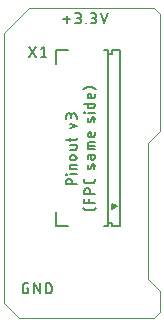
<source format=gto>
G75*
%MOIN*%
%OFA0B0*%
%FSLAX25Y25*%
%IPPOS*%
%LPD*%
%AMOC8*
5,1,8,0,0,1.08239X$1,22.5*
%
%ADD10C,0.00600*%
%ADD11C,0.00000*%
%ADD12C,0.00800*%
D10*
X0008656Y0052900D02*
X0009789Y0052900D01*
X0009789Y0054789D01*
X0009222Y0054789D01*
X0007900Y0055544D02*
X0007902Y0055598D01*
X0007908Y0055652D01*
X0007917Y0055705D01*
X0007931Y0055757D01*
X0007948Y0055808D01*
X0007968Y0055858D01*
X0007992Y0055906D01*
X0008020Y0055953D01*
X0008051Y0055997D01*
X0008085Y0056039D01*
X0008121Y0056079D01*
X0008161Y0056115D01*
X0008203Y0056149D01*
X0008247Y0056180D01*
X0008294Y0056208D01*
X0008342Y0056232D01*
X0008392Y0056252D01*
X0008443Y0056269D01*
X0008495Y0056283D01*
X0008548Y0056292D01*
X0008602Y0056298D01*
X0008656Y0056300D01*
X0009789Y0056300D01*
X0011740Y0056300D02*
X0013629Y0052900D01*
X0013629Y0056300D01*
X0011740Y0056300D02*
X0011740Y0052900D01*
X0008656Y0052900D02*
X0008602Y0052902D01*
X0008548Y0052908D01*
X0008495Y0052917D01*
X0008443Y0052931D01*
X0008392Y0052948D01*
X0008342Y0052968D01*
X0008294Y0052992D01*
X0008247Y0053020D01*
X0008203Y0053051D01*
X0008161Y0053085D01*
X0008121Y0053121D01*
X0008085Y0053161D01*
X0008051Y0053203D01*
X0008020Y0053247D01*
X0007992Y0053294D01*
X0007968Y0053342D01*
X0007948Y0053392D01*
X0007931Y0053443D01*
X0007917Y0053495D01*
X0007908Y0053548D01*
X0007902Y0053602D01*
X0007900Y0053656D01*
X0007900Y0055544D01*
X0015580Y0056300D02*
X0015580Y0052900D01*
X0016524Y0052900D01*
X0016583Y0052902D01*
X0016642Y0052907D01*
X0016701Y0052917D01*
X0016759Y0052930D01*
X0016816Y0052946D01*
X0016872Y0052966D01*
X0016926Y0052990D01*
X0016979Y0053017D01*
X0017030Y0053047D01*
X0017079Y0053080D01*
X0017126Y0053117D01*
X0017170Y0053156D01*
X0017212Y0053198D01*
X0017251Y0053242D01*
X0017288Y0053289D01*
X0017321Y0053338D01*
X0017351Y0053389D01*
X0017378Y0053442D01*
X0017402Y0053496D01*
X0017422Y0053552D01*
X0017438Y0053609D01*
X0017451Y0053667D01*
X0017461Y0053726D01*
X0017466Y0053785D01*
X0017468Y0053844D01*
X0017469Y0053844D02*
X0017469Y0055356D01*
X0017468Y0055356D02*
X0017466Y0055415D01*
X0017461Y0055474D01*
X0017451Y0055533D01*
X0017438Y0055591D01*
X0017422Y0055648D01*
X0017402Y0055704D01*
X0017378Y0055758D01*
X0017351Y0055811D01*
X0017321Y0055862D01*
X0017288Y0055911D01*
X0017251Y0055958D01*
X0017212Y0056002D01*
X0017170Y0056044D01*
X0017126Y0056083D01*
X0017079Y0056120D01*
X0017030Y0056153D01*
X0016979Y0056183D01*
X0016926Y0056210D01*
X0016872Y0056234D01*
X0016816Y0056254D01*
X0016759Y0056270D01*
X0016701Y0056283D01*
X0016642Y0056293D01*
X0016583Y0056298D01*
X0016524Y0056300D01*
X0015580Y0056300D01*
X0028400Y0082946D02*
X0028400Y0084457D01*
X0029911Y0084457D02*
X0029911Y0082946D01*
X0030100Y0080515D02*
X0030213Y0080517D01*
X0030325Y0080523D01*
X0030438Y0080533D01*
X0030550Y0080546D01*
X0030661Y0080564D01*
X0030772Y0080586D01*
X0030882Y0080611D01*
X0030991Y0080640D01*
X0031099Y0080673D01*
X0031206Y0080710D01*
X0031311Y0080750D01*
X0031415Y0080794D01*
X0031517Y0080842D01*
X0031618Y0080893D01*
X0031716Y0080948D01*
X0031813Y0081006D01*
X0031908Y0081067D01*
X0032000Y0081132D01*
X0032090Y0081200D01*
X0032178Y0081271D01*
X0031800Y0082946D02*
X0028400Y0082946D01*
X0028022Y0081271D02*
X0028110Y0081200D01*
X0028200Y0081132D01*
X0028292Y0081067D01*
X0028387Y0081006D01*
X0028484Y0080948D01*
X0028582Y0080893D01*
X0028683Y0080842D01*
X0028785Y0080794D01*
X0028889Y0080750D01*
X0028994Y0080710D01*
X0029101Y0080673D01*
X0029209Y0080640D01*
X0029318Y0080611D01*
X0029428Y0080586D01*
X0029539Y0080564D01*
X0029650Y0080546D01*
X0029762Y0080533D01*
X0029875Y0080523D01*
X0029987Y0080517D01*
X0030100Y0080515D01*
X0030289Y0086132D02*
X0030289Y0087077D01*
X0030288Y0087077D02*
X0030286Y0087137D01*
X0030280Y0087198D01*
X0030271Y0087257D01*
X0030257Y0087316D01*
X0030240Y0087374D01*
X0030219Y0087431D01*
X0030195Y0087487D01*
X0030167Y0087540D01*
X0030135Y0087592D01*
X0030101Y0087642D01*
X0030063Y0087689D01*
X0030022Y0087734D01*
X0029979Y0087776D01*
X0029933Y0087815D01*
X0029884Y0087851D01*
X0029833Y0087884D01*
X0029781Y0087914D01*
X0029726Y0087940D01*
X0029670Y0087963D01*
X0029613Y0087982D01*
X0029554Y0087997D01*
X0029495Y0088009D01*
X0029435Y0088017D01*
X0029374Y0088021D01*
X0029314Y0088021D01*
X0029253Y0088017D01*
X0029193Y0088009D01*
X0029134Y0087997D01*
X0029075Y0087982D01*
X0029018Y0087963D01*
X0028962Y0087940D01*
X0028907Y0087914D01*
X0028855Y0087884D01*
X0028804Y0087851D01*
X0028755Y0087815D01*
X0028709Y0087776D01*
X0028666Y0087734D01*
X0028625Y0087689D01*
X0028587Y0087642D01*
X0028553Y0087592D01*
X0028521Y0087540D01*
X0028493Y0087487D01*
X0028469Y0087431D01*
X0028448Y0087374D01*
X0028431Y0087316D01*
X0028417Y0087257D01*
X0028408Y0087198D01*
X0028402Y0087137D01*
X0028400Y0087077D01*
X0028400Y0086132D01*
X0031800Y0086132D01*
X0031044Y0089521D02*
X0029156Y0089521D01*
X0029156Y0089520D02*
X0029102Y0089522D01*
X0029048Y0089528D01*
X0028995Y0089537D01*
X0028943Y0089551D01*
X0028892Y0089568D01*
X0028842Y0089588D01*
X0028794Y0089612D01*
X0028747Y0089640D01*
X0028703Y0089671D01*
X0028661Y0089705D01*
X0028621Y0089741D01*
X0028585Y0089781D01*
X0028551Y0089823D01*
X0028520Y0089867D01*
X0028492Y0089914D01*
X0028468Y0089962D01*
X0028448Y0090012D01*
X0028431Y0090063D01*
X0028417Y0090115D01*
X0028408Y0090168D01*
X0028402Y0090222D01*
X0028400Y0090276D01*
X0028400Y0091032D01*
X0031044Y0089520D02*
X0031098Y0089522D01*
X0031152Y0089528D01*
X0031205Y0089537D01*
X0031257Y0089551D01*
X0031308Y0089568D01*
X0031358Y0089588D01*
X0031406Y0089612D01*
X0031453Y0089640D01*
X0031497Y0089671D01*
X0031539Y0089705D01*
X0031579Y0089741D01*
X0031615Y0089781D01*
X0031649Y0089823D01*
X0031680Y0089867D01*
X0031708Y0089914D01*
X0031732Y0089962D01*
X0031752Y0090012D01*
X0031769Y0090063D01*
X0031783Y0090115D01*
X0031792Y0090168D01*
X0031798Y0090222D01*
X0031800Y0090276D01*
X0031800Y0091032D01*
X0029533Y0094877D02*
X0029536Y0094964D01*
X0029543Y0095052D01*
X0029553Y0095139D01*
X0029567Y0095225D01*
X0029584Y0095311D01*
X0029605Y0095396D01*
X0029629Y0095481D01*
X0029657Y0095564D01*
X0029688Y0095646D01*
X0029722Y0095727D01*
X0029533Y0094877D02*
X0029534Y0094833D01*
X0029540Y0094790D01*
X0029549Y0094747D01*
X0029562Y0094705D01*
X0029578Y0094664D01*
X0029598Y0094625D01*
X0029622Y0094588D01*
X0029649Y0094554D01*
X0029679Y0094521D01*
X0029711Y0094492D01*
X0029746Y0094466D01*
X0029783Y0094443D01*
X0029823Y0094423D01*
X0029863Y0094407D01*
X0029905Y0094394D01*
X0029948Y0094386D01*
X0029992Y0094381D01*
X0030036Y0094380D01*
X0030080Y0094383D01*
X0030123Y0094390D01*
X0030165Y0094401D01*
X0030207Y0094416D01*
X0030247Y0094434D01*
X0030285Y0094456D01*
X0030321Y0094481D01*
X0030354Y0094509D01*
X0030385Y0094540D01*
X0030413Y0094574D01*
X0030438Y0094610D01*
X0030460Y0094648D01*
X0030478Y0094688D01*
X0030856Y0095632D01*
X0030855Y0095632D02*
X0030873Y0095672D01*
X0030895Y0095710D01*
X0030920Y0095746D01*
X0030948Y0095780D01*
X0030979Y0095811D01*
X0031012Y0095839D01*
X0031048Y0095864D01*
X0031086Y0095886D01*
X0031126Y0095904D01*
X0031168Y0095919D01*
X0031210Y0095930D01*
X0031253Y0095937D01*
X0031297Y0095940D01*
X0031341Y0095939D01*
X0031384Y0095934D01*
X0031428Y0095926D01*
X0031470Y0095913D01*
X0031510Y0095897D01*
X0031550Y0095877D01*
X0031587Y0095854D01*
X0031622Y0095828D01*
X0031654Y0095799D01*
X0031684Y0095766D01*
X0031711Y0095732D01*
X0031735Y0095695D01*
X0031755Y0095656D01*
X0031771Y0095615D01*
X0031784Y0095573D01*
X0031793Y0095530D01*
X0031799Y0095487D01*
X0031800Y0095443D01*
X0029533Y0097687D02*
X0029533Y0098442D01*
X0029535Y0098489D01*
X0029541Y0098535D01*
X0029550Y0098581D01*
X0029564Y0098626D01*
X0029581Y0098670D01*
X0029601Y0098712D01*
X0029625Y0098752D01*
X0029653Y0098790D01*
X0029683Y0098826D01*
X0029716Y0098859D01*
X0029752Y0098889D01*
X0029790Y0098917D01*
X0029830Y0098941D01*
X0029872Y0098961D01*
X0029916Y0098978D01*
X0029961Y0098992D01*
X0030007Y0099001D01*
X0030053Y0099007D01*
X0030100Y0099009D01*
X0031800Y0099009D01*
X0031800Y0098159D01*
X0031798Y0098108D01*
X0031792Y0098058D01*
X0031783Y0098008D01*
X0031769Y0097960D01*
X0031752Y0097912D01*
X0031731Y0097866D01*
X0031707Y0097821D01*
X0031680Y0097779D01*
X0031649Y0097738D01*
X0031615Y0097701D01*
X0031579Y0097666D01*
X0031540Y0097633D01*
X0031498Y0097604D01*
X0031455Y0097578D01*
X0031409Y0097556D01*
X0031362Y0097537D01*
X0031314Y0097522D01*
X0031265Y0097510D01*
X0031215Y0097502D01*
X0031164Y0097498D01*
X0031114Y0097498D01*
X0031063Y0097502D01*
X0031013Y0097510D01*
X0030964Y0097522D01*
X0030916Y0097537D01*
X0030869Y0097556D01*
X0030823Y0097578D01*
X0030780Y0097604D01*
X0030738Y0097633D01*
X0030699Y0097666D01*
X0030663Y0097701D01*
X0030629Y0097738D01*
X0030598Y0097779D01*
X0030571Y0097821D01*
X0030547Y0097866D01*
X0030526Y0097912D01*
X0030509Y0097960D01*
X0030495Y0098008D01*
X0030486Y0098058D01*
X0030480Y0098108D01*
X0030478Y0098159D01*
X0030478Y0099009D01*
X0029533Y0100987D02*
X0029533Y0102687D01*
X0029535Y0102734D01*
X0029541Y0102780D01*
X0029550Y0102826D01*
X0029564Y0102871D01*
X0029581Y0102915D01*
X0029601Y0102957D01*
X0029625Y0102997D01*
X0029653Y0103035D01*
X0029683Y0103071D01*
X0029716Y0103104D01*
X0029752Y0103134D01*
X0029790Y0103162D01*
X0029830Y0103186D01*
X0029872Y0103206D01*
X0029916Y0103223D01*
X0029961Y0103237D01*
X0030007Y0103246D01*
X0030053Y0103252D01*
X0030100Y0103254D01*
X0030100Y0103253D02*
X0031800Y0103253D01*
X0031800Y0102120D02*
X0029533Y0102120D01*
X0029533Y0100987D02*
X0031800Y0100987D01*
X0025800Y0101233D02*
X0025800Y0102177D01*
X0023533Y0102177D01*
X0023533Y0103573D02*
X0023533Y0104706D01*
X0022400Y0103951D02*
X0025233Y0103951D01*
X0025280Y0103953D01*
X0025326Y0103959D01*
X0025372Y0103968D01*
X0025417Y0103982D01*
X0025461Y0103999D01*
X0025503Y0104019D01*
X0025543Y0104043D01*
X0025581Y0104071D01*
X0025617Y0104101D01*
X0025650Y0104134D01*
X0025680Y0104170D01*
X0025708Y0104208D01*
X0025732Y0104248D01*
X0025752Y0104290D01*
X0025769Y0104334D01*
X0025783Y0104379D01*
X0025792Y0104425D01*
X0025798Y0104471D01*
X0025800Y0104518D01*
X0025800Y0104706D01*
X0025800Y0101233D02*
X0025798Y0101186D01*
X0025792Y0101140D01*
X0025783Y0101094D01*
X0025769Y0101049D01*
X0025752Y0101005D01*
X0025732Y0100963D01*
X0025708Y0100923D01*
X0025680Y0100885D01*
X0025650Y0100849D01*
X0025617Y0100816D01*
X0025581Y0100786D01*
X0025543Y0100758D01*
X0025503Y0100734D01*
X0025461Y0100714D01*
X0025417Y0100697D01*
X0025372Y0100683D01*
X0025326Y0100674D01*
X0025280Y0100668D01*
X0025233Y0100666D01*
X0023533Y0100666D01*
X0024289Y0098937D02*
X0025044Y0098937D01*
X0025044Y0098938D02*
X0025098Y0098936D01*
X0025152Y0098930D01*
X0025205Y0098921D01*
X0025257Y0098907D01*
X0025308Y0098890D01*
X0025358Y0098870D01*
X0025406Y0098846D01*
X0025453Y0098818D01*
X0025497Y0098787D01*
X0025539Y0098753D01*
X0025579Y0098717D01*
X0025615Y0098677D01*
X0025649Y0098635D01*
X0025680Y0098591D01*
X0025708Y0098544D01*
X0025732Y0098496D01*
X0025752Y0098446D01*
X0025769Y0098395D01*
X0025783Y0098343D01*
X0025792Y0098290D01*
X0025798Y0098236D01*
X0025800Y0098182D01*
X0025798Y0098128D01*
X0025792Y0098074D01*
X0025783Y0098021D01*
X0025769Y0097969D01*
X0025752Y0097918D01*
X0025732Y0097868D01*
X0025708Y0097820D01*
X0025680Y0097773D01*
X0025649Y0097729D01*
X0025615Y0097687D01*
X0025579Y0097647D01*
X0025539Y0097611D01*
X0025497Y0097577D01*
X0025453Y0097546D01*
X0025406Y0097518D01*
X0025358Y0097494D01*
X0025308Y0097474D01*
X0025257Y0097457D01*
X0025205Y0097443D01*
X0025152Y0097434D01*
X0025098Y0097428D01*
X0025044Y0097426D01*
X0024289Y0097426D01*
X0024235Y0097428D01*
X0024181Y0097434D01*
X0024128Y0097443D01*
X0024076Y0097457D01*
X0024025Y0097474D01*
X0023975Y0097494D01*
X0023927Y0097518D01*
X0023880Y0097546D01*
X0023836Y0097577D01*
X0023794Y0097611D01*
X0023754Y0097647D01*
X0023718Y0097687D01*
X0023684Y0097729D01*
X0023653Y0097773D01*
X0023625Y0097820D01*
X0023601Y0097868D01*
X0023581Y0097918D01*
X0023564Y0097969D01*
X0023550Y0098021D01*
X0023541Y0098074D01*
X0023535Y0098128D01*
X0023533Y0098182D01*
X0023535Y0098236D01*
X0023541Y0098290D01*
X0023550Y0098343D01*
X0023564Y0098395D01*
X0023581Y0098446D01*
X0023601Y0098496D01*
X0023625Y0098544D01*
X0023653Y0098591D01*
X0023684Y0098635D01*
X0023718Y0098677D01*
X0023754Y0098717D01*
X0023794Y0098753D01*
X0023836Y0098787D01*
X0023880Y0098818D01*
X0023927Y0098846D01*
X0023975Y0098870D01*
X0024025Y0098890D01*
X0024076Y0098907D01*
X0024128Y0098921D01*
X0024181Y0098930D01*
X0024235Y0098936D01*
X0024289Y0098938D01*
X0024100Y0095697D02*
X0025800Y0095697D01*
X0025800Y0094186D02*
X0023533Y0094186D01*
X0023533Y0095131D01*
X0023535Y0095178D01*
X0023541Y0095224D01*
X0023550Y0095270D01*
X0023564Y0095315D01*
X0023581Y0095359D01*
X0023601Y0095401D01*
X0023625Y0095441D01*
X0023653Y0095479D01*
X0023683Y0095515D01*
X0023716Y0095548D01*
X0023752Y0095578D01*
X0023790Y0095606D01*
X0023830Y0095630D01*
X0023872Y0095650D01*
X0023916Y0095667D01*
X0023961Y0095681D01*
X0024007Y0095690D01*
X0024053Y0095696D01*
X0024100Y0095698D01*
X0031612Y0094404D02*
X0031646Y0094505D01*
X0031677Y0094606D01*
X0031704Y0094709D01*
X0031729Y0094812D01*
X0031749Y0094916D01*
X0031767Y0095021D01*
X0031780Y0095126D01*
X0031791Y0095231D01*
X0031797Y0095337D01*
X0031801Y0095443D01*
X0025800Y0092542D02*
X0023533Y0092542D01*
X0022589Y0092636D02*
X0022589Y0092447D01*
X0022400Y0092447D01*
X0022400Y0092636D01*
X0022589Y0092636D01*
X0022400Y0090218D02*
X0022400Y0089274D01*
X0025800Y0089274D01*
X0024289Y0089274D02*
X0024289Y0090218D01*
X0024288Y0090218D02*
X0024286Y0090278D01*
X0024280Y0090339D01*
X0024271Y0090398D01*
X0024257Y0090457D01*
X0024240Y0090515D01*
X0024219Y0090572D01*
X0024195Y0090628D01*
X0024167Y0090681D01*
X0024135Y0090733D01*
X0024101Y0090783D01*
X0024063Y0090830D01*
X0024022Y0090875D01*
X0023979Y0090917D01*
X0023933Y0090956D01*
X0023884Y0090992D01*
X0023833Y0091025D01*
X0023781Y0091055D01*
X0023726Y0091081D01*
X0023670Y0091104D01*
X0023613Y0091123D01*
X0023554Y0091138D01*
X0023495Y0091150D01*
X0023435Y0091158D01*
X0023374Y0091162D01*
X0023314Y0091162D01*
X0023253Y0091158D01*
X0023193Y0091150D01*
X0023134Y0091138D01*
X0023075Y0091123D01*
X0023018Y0091104D01*
X0022962Y0091081D01*
X0022907Y0091055D01*
X0022855Y0091025D01*
X0022804Y0090992D01*
X0022755Y0090956D01*
X0022709Y0090917D01*
X0022666Y0090875D01*
X0022625Y0090830D01*
X0022587Y0090783D01*
X0022553Y0090733D01*
X0022521Y0090681D01*
X0022493Y0090628D01*
X0022469Y0090572D01*
X0022448Y0090515D01*
X0022431Y0090457D01*
X0022417Y0090398D01*
X0022408Y0090339D01*
X0022402Y0090278D01*
X0022400Y0090218D01*
X0030289Y0105084D02*
X0031233Y0105084D01*
X0030667Y0105084D02*
X0030667Y0106596D01*
X0030289Y0106596D01*
X0030235Y0106594D01*
X0030181Y0106588D01*
X0030128Y0106579D01*
X0030076Y0106565D01*
X0030025Y0106548D01*
X0029975Y0106528D01*
X0029927Y0106504D01*
X0029880Y0106476D01*
X0029836Y0106445D01*
X0029794Y0106411D01*
X0029754Y0106375D01*
X0029718Y0106335D01*
X0029684Y0106293D01*
X0029653Y0106249D01*
X0029625Y0106202D01*
X0029601Y0106154D01*
X0029581Y0106104D01*
X0029564Y0106053D01*
X0029550Y0106001D01*
X0029541Y0105948D01*
X0029535Y0105894D01*
X0029533Y0105840D01*
X0029535Y0105786D01*
X0029541Y0105732D01*
X0029550Y0105679D01*
X0029564Y0105627D01*
X0029581Y0105576D01*
X0029601Y0105526D01*
X0029625Y0105478D01*
X0029653Y0105431D01*
X0029684Y0105387D01*
X0029718Y0105345D01*
X0029754Y0105305D01*
X0029794Y0105269D01*
X0029836Y0105235D01*
X0029880Y0105204D01*
X0029927Y0105176D01*
X0029975Y0105152D01*
X0030025Y0105132D01*
X0030076Y0105115D01*
X0030128Y0105101D01*
X0030181Y0105092D01*
X0030235Y0105086D01*
X0030289Y0105084D01*
X0031233Y0105084D02*
X0031280Y0105086D01*
X0031326Y0105092D01*
X0031372Y0105101D01*
X0031417Y0105115D01*
X0031461Y0105132D01*
X0031503Y0105152D01*
X0031543Y0105176D01*
X0031581Y0105204D01*
X0031617Y0105234D01*
X0031650Y0105267D01*
X0031680Y0105303D01*
X0031708Y0105341D01*
X0031732Y0105381D01*
X0031752Y0105423D01*
X0031769Y0105467D01*
X0031783Y0105512D01*
X0031792Y0105558D01*
X0031798Y0105604D01*
X0031800Y0105651D01*
X0031800Y0106596D01*
X0025800Y0108742D02*
X0023533Y0109497D01*
X0023533Y0107986D02*
X0025800Y0108742D01*
X0025800Y0111037D02*
X0025800Y0111982D01*
X0025798Y0112042D01*
X0025792Y0112103D01*
X0025783Y0112162D01*
X0025769Y0112221D01*
X0025752Y0112279D01*
X0025731Y0112336D01*
X0025707Y0112392D01*
X0025679Y0112445D01*
X0025647Y0112497D01*
X0025613Y0112547D01*
X0025575Y0112594D01*
X0025534Y0112639D01*
X0025491Y0112681D01*
X0025445Y0112720D01*
X0025396Y0112756D01*
X0025345Y0112789D01*
X0025293Y0112819D01*
X0025238Y0112845D01*
X0025182Y0112868D01*
X0025125Y0112887D01*
X0025066Y0112902D01*
X0025007Y0112914D01*
X0024947Y0112922D01*
X0024886Y0112926D01*
X0024826Y0112926D01*
X0024765Y0112922D01*
X0024705Y0112914D01*
X0024646Y0112902D01*
X0024587Y0112887D01*
X0024530Y0112868D01*
X0024474Y0112845D01*
X0024419Y0112819D01*
X0024367Y0112789D01*
X0024316Y0112756D01*
X0024267Y0112720D01*
X0024221Y0112681D01*
X0024178Y0112639D01*
X0024137Y0112594D01*
X0024099Y0112547D01*
X0024065Y0112497D01*
X0024033Y0112445D01*
X0024005Y0112392D01*
X0023981Y0112336D01*
X0023960Y0112279D01*
X0023943Y0112221D01*
X0023929Y0112162D01*
X0023920Y0112103D01*
X0023914Y0112042D01*
X0023912Y0111982D01*
X0023911Y0112170D02*
X0023911Y0111415D01*
X0023912Y0112170D02*
X0023910Y0112224D01*
X0023904Y0112278D01*
X0023895Y0112331D01*
X0023881Y0112383D01*
X0023864Y0112434D01*
X0023844Y0112484D01*
X0023820Y0112532D01*
X0023792Y0112579D01*
X0023761Y0112623D01*
X0023727Y0112665D01*
X0023691Y0112705D01*
X0023651Y0112741D01*
X0023609Y0112775D01*
X0023565Y0112806D01*
X0023518Y0112834D01*
X0023470Y0112858D01*
X0023420Y0112878D01*
X0023369Y0112895D01*
X0023317Y0112909D01*
X0023264Y0112918D01*
X0023210Y0112924D01*
X0023156Y0112926D01*
X0023102Y0112924D01*
X0023048Y0112918D01*
X0022995Y0112909D01*
X0022943Y0112895D01*
X0022892Y0112878D01*
X0022842Y0112858D01*
X0022794Y0112834D01*
X0022747Y0112806D01*
X0022703Y0112775D01*
X0022661Y0112741D01*
X0022621Y0112705D01*
X0022585Y0112665D01*
X0022551Y0112623D01*
X0022520Y0112579D01*
X0022492Y0112532D01*
X0022468Y0112484D01*
X0022448Y0112434D01*
X0022431Y0112383D01*
X0022417Y0112331D01*
X0022408Y0112278D01*
X0022402Y0112224D01*
X0022400Y0112170D01*
X0022400Y0111037D01*
X0031612Y0110124D02*
X0031646Y0110225D01*
X0031677Y0110326D01*
X0031704Y0110429D01*
X0031729Y0110532D01*
X0031749Y0110636D01*
X0031767Y0110741D01*
X0031780Y0110846D01*
X0031791Y0110951D01*
X0031797Y0111057D01*
X0031801Y0111163D01*
X0031800Y0111163D02*
X0031799Y0111207D01*
X0031793Y0111250D01*
X0031784Y0111293D01*
X0031771Y0111335D01*
X0031755Y0111376D01*
X0031735Y0111415D01*
X0031711Y0111452D01*
X0031684Y0111486D01*
X0031654Y0111519D01*
X0031622Y0111548D01*
X0031587Y0111574D01*
X0031550Y0111597D01*
X0031510Y0111617D01*
X0031470Y0111633D01*
X0031428Y0111646D01*
X0031384Y0111654D01*
X0031341Y0111659D01*
X0031297Y0111660D01*
X0031253Y0111657D01*
X0031210Y0111650D01*
X0031168Y0111639D01*
X0031126Y0111624D01*
X0031086Y0111606D01*
X0031048Y0111584D01*
X0031012Y0111559D01*
X0030979Y0111531D01*
X0030948Y0111500D01*
X0030920Y0111466D01*
X0030895Y0111430D01*
X0030873Y0111392D01*
X0030855Y0111352D01*
X0030856Y0111352D02*
X0030478Y0110408D01*
X0030460Y0110368D01*
X0030438Y0110330D01*
X0030413Y0110294D01*
X0030385Y0110260D01*
X0030354Y0110229D01*
X0030321Y0110201D01*
X0030285Y0110176D01*
X0030247Y0110154D01*
X0030207Y0110136D01*
X0030165Y0110121D01*
X0030123Y0110110D01*
X0030080Y0110103D01*
X0030036Y0110100D01*
X0029992Y0110101D01*
X0029948Y0110106D01*
X0029905Y0110114D01*
X0029863Y0110127D01*
X0029823Y0110143D01*
X0029783Y0110163D01*
X0029746Y0110186D01*
X0029711Y0110212D01*
X0029679Y0110241D01*
X0029649Y0110274D01*
X0029622Y0110308D01*
X0029598Y0110345D01*
X0029578Y0110384D01*
X0029562Y0110425D01*
X0029549Y0110467D01*
X0029540Y0110510D01*
X0029534Y0110553D01*
X0029533Y0110597D01*
X0029536Y0110684D01*
X0029543Y0110772D01*
X0029553Y0110859D01*
X0029567Y0110945D01*
X0029584Y0111031D01*
X0029605Y0111116D01*
X0029629Y0111201D01*
X0029657Y0111284D01*
X0029688Y0111366D01*
X0029722Y0111447D01*
X0029533Y0113160D02*
X0031800Y0113160D01*
X0031233Y0114658D02*
X0030100Y0114658D01*
X0030100Y0114657D02*
X0030053Y0114659D01*
X0030007Y0114665D01*
X0029961Y0114674D01*
X0029916Y0114688D01*
X0029872Y0114705D01*
X0029830Y0114725D01*
X0029790Y0114749D01*
X0029752Y0114777D01*
X0029716Y0114807D01*
X0029683Y0114840D01*
X0029653Y0114876D01*
X0029625Y0114914D01*
X0029601Y0114954D01*
X0029581Y0114996D01*
X0029564Y0115040D01*
X0029550Y0115085D01*
X0029541Y0115131D01*
X0029535Y0115177D01*
X0029533Y0115224D01*
X0029533Y0116169D01*
X0028400Y0116169D02*
X0031800Y0116169D01*
X0031800Y0115224D01*
X0031798Y0115177D01*
X0031792Y0115131D01*
X0031783Y0115085D01*
X0031769Y0115040D01*
X0031752Y0114996D01*
X0031732Y0114954D01*
X0031708Y0114914D01*
X0031680Y0114876D01*
X0031650Y0114840D01*
X0031617Y0114807D01*
X0031581Y0114777D01*
X0031543Y0114749D01*
X0031503Y0114725D01*
X0031461Y0114705D01*
X0031417Y0114688D01*
X0031372Y0114674D01*
X0031326Y0114665D01*
X0031280Y0114659D01*
X0031233Y0114657D01*
X0028589Y0113254D02*
X0028589Y0113066D01*
X0028400Y0113066D01*
X0028400Y0113254D01*
X0028589Y0113254D01*
X0030289Y0117924D02*
X0031233Y0117924D01*
X0030667Y0117924D02*
X0030667Y0119435D01*
X0030289Y0119435D01*
X0030289Y0119436D02*
X0030235Y0119434D01*
X0030181Y0119428D01*
X0030128Y0119419D01*
X0030076Y0119405D01*
X0030025Y0119388D01*
X0029975Y0119368D01*
X0029927Y0119344D01*
X0029880Y0119316D01*
X0029836Y0119285D01*
X0029794Y0119251D01*
X0029754Y0119215D01*
X0029718Y0119175D01*
X0029684Y0119133D01*
X0029653Y0119089D01*
X0029625Y0119042D01*
X0029601Y0118994D01*
X0029581Y0118944D01*
X0029564Y0118893D01*
X0029550Y0118841D01*
X0029541Y0118788D01*
X0029535Y0118734D01*
X0029533Y0118680D01*
X0029535Y0118626D01*
X0029541Y0118572D01*
X0029550Y0118519D01*
X0029564Y0118467D01*
X0029581Y0118416D01*
X0029601Y0118366D01*
X0029625Y0118318D01*
X0029653Y0118271D01*
X0029684Y0118227D01*
X0029718Y0118185D01*
X0029754Y0118145D01*
X0029794Y0118109D01*
X0029836Y0118075D01*
X0029880Y0118044D01*
X0029927Y0118016D01*
X0029975Y0117992D01*
X0030025Y0117972D01*
X0030076Y0117955D01*
X0030128Y0117941D01*
X0030181Y0117932D01*
X0030235Y0117926D01*
X0030289Y0117924D01*
X0028022Y0120929D02*
X0028110Y0121000D01*
X0028200Y0121068D01*
X0028292Y0121133D01*
X0028387Y0121194D01*
X0028484Y0121252D01*
X0028582Y0121307D01*
X0028683Y0121358D01*
X0028785Y0121406D01*
X0028889Y0121450D01*
X0028994Y0121490D01*
X0029101Y0121527D01*
X0029209Y0121560D01*
X0029318Y0121589D01*
X0029428Y0121614D01*
X0029539Y0121636D01*
X0029650Y0121654D01*
X0029762Y0121667D01*
X0029875Y0121677D01*
X0029987Y0121683D01*
X0030100Y0121685D01*
X0031800Y0119435D02*
X0031800Y0118491D01*
X0031798Y0118444D01*
X0031792Y0118398D01*
X0031783Y0118352D01*
X0031769Y0118307D01*
X0031752Y0118263D01*
X0031732Y0118221D01*
X0031708Y0118181D01*
X0031680Y0118143D01*
X0031650Y0118107D01*
X0031617Y0118074D01*
X0031581Y0118044D01*
X0031543Y0118016D01*
X0031503Y0117992D01*
X0031461Y0117972D01*
X0031417Y0117955D01*
X0031372Y0117941D01*
X0031326Y0117932D01*
X0031280Y0117926D01*
X0031233Y0117924D01*
X0032178Y0120929D02*
X0032090Y0121000D01*
X0032000Y0121068D01*
X0031908Y0121133D01*
X0031813Y0121194D01*
X0031716Y0121252D01*
X0031618Y0121307D01*
X0031517Y0121358D01*
X0031415Y0121406D01*
X0031311Y0121450D01*
X0031206Y0121490D01*
X0031099Y0121527D01*
X0030991Y0121560D01*
X0030882Y0121589D01*
X0030772Y0121614D01*
X0030661Y0121636D01*
X0030550Y0121654D01*
X0030438Y0121667D01*
X0030325Y0121677D01*
X0030213Y0121683D01*
X0030100Y0121685D01*
X0015756Y0131722D02*
X0013868Y0131722D01*
X0014812Y0131722D02*
X0014812Y0135122D01*
X0013868Y0134366D01*
X0012345Y0135122D02*
X0010079Y0131722D01*
X0012345Y0131722D02*
X0010079Y0135122D01*
X0022533Y0143089D02*
X0022533Y0145356D01*
X0021400Y0144222D02*
X0023667Y0144222D01*
X0025429Y0142900D02*
X0026373Y0142900D01*
X0026433Y0142902D01*
X0026494Y0142908D01*
X0026553Y0142917D01*
X0026612Y0142931D01*
X0026670Y0142948D01*
X0026727Y0142969D01*
X0026783Y0142993D01*
X0026836Y0143021D01*
X0026888Y0143053D01*
X0026938Y0143087D01*
X0026985Y0143125D01*
X0027030Y0143166D01*
X0027072Y0143209D01*
X0027111Y0143255D01*
X0027147Y0143304D01*
X0027180Y0143355D01*
X0027210Y0143407D01*
X0027236Y0143462D01*
X0027259Y0143518D01*
X0027278Y0143575D01*
X0027293Y0143634D01*
X0027305Y0143693D01*
X0027313Y0143753D01*
X0027317Y0143814D01*
X0027317Y0143874D01*
X0027313Y0143935D01*
X0027305Y0143995D01*
X0027293Y0144054D01*
X0027278Y0144113D01*
X0027259Y0144170D01*
X0027236Y0144226D01*
X0027210Y0144281D01*
X0027180Y0144333D01*
X0027147Y0144384D01*
X0027111Y0144433D01*
X0027072Y0144479D01*
X0027030Y0144522D01*
X0026985Y0144563D01*
X0026938Y0144601D01*
X0026888Y0144635D01*
X0026836Y0144667D01*
X0026783Y0144695D01*
X0026727Y0144719D01*
X0026670Y0144740D01*
X0026612Y0144757D01*
X0026553Y0144771D01*
X0026494Y0144780D01*
X0026433Y0144786D01*
X0026373Y0144788D01*
X0026562Y0144789D02*
X0025807Y0144789D01*
X0026562Y0144788D02*
X0026616Y0144790D01*
X0026670Y0144796D01*
X0026723Y0144805D01*
X0026775Y0144819D01*
X0026826Y0144836D01*
X0026876Y0144856D01*
X0026924Y0144880D01*
X0026971Y0144908D01*
X0027015Y0144939D01*
X0027057Y0144973D01*
X0027097Y0145009D01*
X0027133Y0145049D01*
X0027167Y0145091D01*
X0027198Y0145135D01*
X0027226Y0145182D01*
X0027250Y0145230D01*
X0027270Y0145280D01*
X0027287Y0145331D01*
X0027301Y0145383D01*
X0027310Y0145436D01*
X0027316Y0145490D01*
X0027318Y0145544D01*
X0027316Y0145598D01*
X0027310Y0145652D01*
X0027301Y0145705D01*
X0027287Y0145757D01*
X0027270Y0145808D01*
X0027250Y0145858D01*
X0027226Y0145906D01*
X0027198Y0145953D01*
X0027167Y0145997D01*
X0027133Y0146039D01*
X0027097Y0146079D01*
X0027057Y0146115D01*
X0027015Y0146149D01*
X0026971Y0146180D01*
X0026924Y0146208D01*
X0026876Y0146232D01*
X0026826Y0146252D01*
X0026775Y0146269D01*
X0026723Y0146283D01*
X0026670Y0146292D01*
X0026616Y0146298D01*
X0026562Y0146300D01*
X0025429Y0146300D01*
X0028799Y0143089D02*
X0028988Y0143089D01*
X0028988Y0142900D01*
X0028799Y0142900D01*
X0028799Y0143089D01*
X0030469Y0142900D02*
X0031413Y0142900D01*
X0031473Y0142902D01*
X0031534Y0142908D01*
X0031593Y0142917D01*
X0031652Y0142931D01*
X0031710Y0142948D01*
X0031767Y0142969D01*
X0031823Y0142993D01*
X0031876Y0143021D01*
X0031928Y0143053D01*
X0031978Y0143087D01*
X0032025Y0143125D01*
X0032070Y0143166D01*
X0032112Y0143209D01*
X0032151Y0143255D01*
X0032187Y0143304D01*
X0032220Y0143355D01*
X0032250Y0143407D01*
X0032276Y0143462D01*
X0032299Y0143518D01*
X0032318Y0143575D01*
X0032333Y0143634D01*
X0032345Y0143693D01*
X0032353Y0143753D01*
X0032357Y0143814D01*
X0032357Y0143874D01*
X0032353Y0143935D01*
X0032345Y0143995D01*
X0032333Y0144054D01*
X0032318Y0144113D01*
X0032299Y0144170D01*
X0032276Y0144226D01*
X0032250Y0144281D01*
X0032220Y0144333D01*
X0032187Y0144384D01*
X0032151Y0144433D01*
X0032112Y0144479D01*
X0032070Y0144522D01*
X0032025Y0144563D01*
X0031978Y0144601D01*
X0031928Y0144635D01*
X0031876Y0144667D01*
X0031823Y0144695D01*
X0031767Y0144719D01*
X0031710Y0144740D01*
X0031652Y0144757D01*
X0031593Y0144771D01*
X0031534Y0144780D01*
X0031473Y0144786D01*
X0031413Y0144788D01*
X0031602Y0144789D02*
X0030847Y0144789D01*
X0031602Y0144788D02*
X0031656Y0144790D01*
X0031710Y0144796D01*
X0031763Y0144805D01*
X0031815Y0144819D01*
X0031866Y0144836D01*
X0031916Y0144856D01*
X0031964Y0144880D01*
X0032011Y0144908D01*
X0032055Y0144939D01*
X0032097Y0144973D01*
X0032137Y0145009D01*
X0032173Y0145049D01*
X0032207Y0145091D01*
X0032238Y0145135D01*
X0032266Y0145182D01*
X0032290Y0145230D01*
X0032310Y0145280D01*
X0032327Y0145331D01*
X0032341Y0145383D01*
X0032350Y0145436D01*
X0032356Y0145490D01*
X0032358Y0145544D01*
X0032356Y0145598D01*
X0032350Y0145652D01*
X0032341Y0145705D01*
X0032327Y0145757D01*
X0032310Y0145808D01*
X0032290Y0145858D01*
X0032266Y0145906D01*
X0032238Y0145953D01*
X0032207Y0145997D01*
X0032173Y0146039D01*
X0032137Y0146079D01*
X0032097Y0146115D01*
X0032055Y0146149D01*
X0032011Y0146180D01*
X0031964Y0146208D01*
X0031916Y0146232D01*
X0031866Y0146252D01*
X0031815Y0146269D01*
X0031763Y0146283D01*
X0031710Y0146292D01*
X0031656Y0146298D01*
X0031602Y0146300D01*
X0030469Y0146300D01*
X0033880Y0146300D02*
X0035013Y0142900D01*
X0036147Y0146300D01*
D11*
X0051600Y0044600D02*
X0006600Y0044600D01*
X0001600Y0049600D01*
X0001600Y0139600D01*
X0010100Y0148100D01*
X0051600Y0148100D01*
X0053600Y0146100D01*
X0053600Y0107100D01*
X0049600Y0103100D01*
X0049600Y0057600D01*
X0053600Y0053600D01*
X0053600Y0046600D01*
X0051600Y0044600D01*
D12*
X0040317Y0075269D02*
X0037561Y0075269D01*
X0037561Y0076450D01*
X0036380Y0076450D01*
X0036380Y0132750D01*
X0036380Y0133931D01*
X0034806Y0133931D01*
X0036380Y0132750D02*
X0037561Y0132750D01*
X0037561Y0133931D01*
X0040317Y0133931D01*
X0040317Y0075269D01*
X0036380Y0075269D02*
X0034806Y0075269D01*
X0036380Y0075269D02*
X0036380Y0076450D01*
X0037561Y0081175D02*
X0037561Y0082750D01*
X0039136Y0081962D01*
X0037561Y0081175D01*
X0037561Y0081847D02*
X0038905Y0081847D01*
X0037770Y0082645D02*
X0037561Y0082645D01*
X0022994Y0075269D02*
X0019057Y0075269D01*
X0019057Y0079994D01*
X0019057Y0129206D02*
X0019057Y0133931D01*
X0022994Y0133931D01*
M02*

</source>
